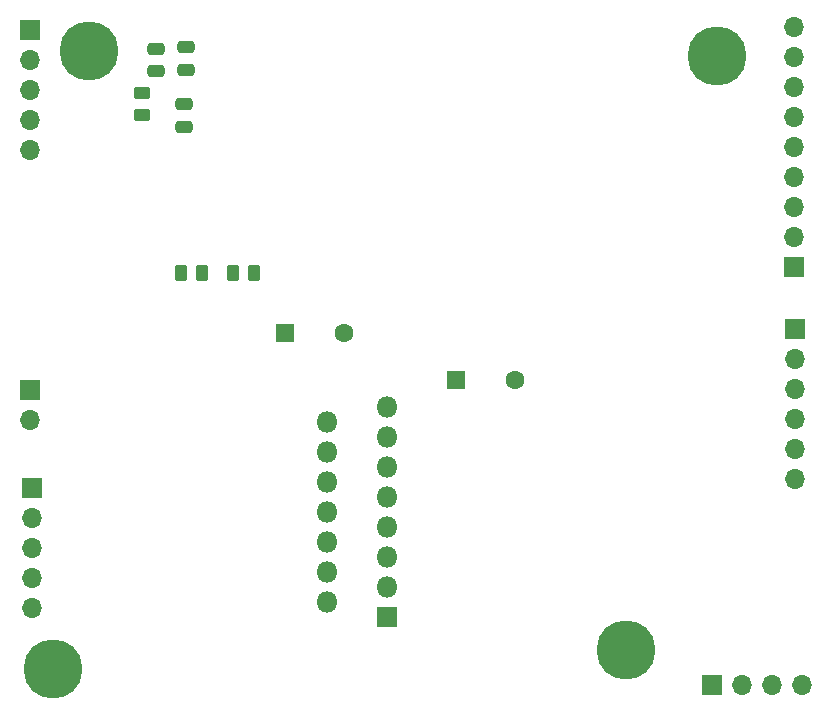
<source format=gbr>
%TF.GenerationSoftware,KiCad,Pcbnew,(6.0.2)*%
%TF.CreationDate,2022-03-09T23:50:45-05:00*%
%TF.ProjectId,car (1),63617220-2831-4292-9e6b-696361645f70,rev?*%
%TF.SameCoordinates,Original*%
%TF.FileFunction,Soldermask,Bot*%
%TF.FilePolarity,Negative*%
%FSLAX46Y46*%
G04 Gerber Fmt 4.6, Leading zero omitted, Abs format (unit mm)*
G04 Created by KiCad (PCBNEW (6.0.2)) date 2022-03-09 23:50:45*
%MOMM*%
%LPD*%
G01*
G04 APERTURE LIST*
G04 Aperture macros list*
%AMRoundRect*
0 Rectangle with rounded corners*
0 $1 Rounding radius*
0 $2 $3 $4 $5 $6 $7 $8 $9 X,Y pos of 4 corners*
0 Add a 4 corners polygon primitive as box body*
4,1,4,$2,$3,$4,$5,$6,$7,$8,$9,$2,$3,0*
0 Add four circle primitives for the rounded corners*
1,1,$1+$1,$2,$3*
1,1,$1+$1,$4,$5*
1,1,$1+$1,$6,$7*
1,1,$1+$1,$8,$9*
0 Add four rect primitives between the rounded corners*
20,1,$1+$1,$2,$3,$4,$5,0*
20,1,$1+$1,$4,$5,$6,$7,0*
20,1,$1+$1,$6,$7,$8,$9,0*
20,1,$1+$1,$8,$9,$2,$3,0*%
G04 Aperture macros list end*
%ADD10R,1.700000X1.700000*%
%ADD11O,1.700000X1.700000*%
%ADD12R,1.600000X1.600000*%
%ADD13C,1.600000*%
%ADD14C,5.000000*%
%ADD15R,1.800000X1.800000*%
%ADD16O,1.800000X1.800000*%
%ADD17RoundRect,0.250000X0.262500X0.450000X-0.262500X0.450000X-0.262500X-0.450000X0.262500X-0.450000X0*%
%ADD18RoundRect,0.250000X0.475000X-0.250000X0.475000X0.250000X-0.475000X0.250000X-0.475000X-0.250000X0*%
%ADD19RoundRect,0.250000X0.450000X-0.262500X0.450000X0.262500X-0.450000X0.262500X-0.450000X-0.262500X0*%
G04 APERTURE END LIST*
D10*
%TO.C,J4*%
X120446800Y-78486000D03*
D11*
X120446800Y-81026000D03*
X120446800Y-83566000D03*
X120446800Y-86106000D03*
X120446800Y-88646000D03*
X120446800Y-91186000D03*
%TD*%
D12*
%TO.C,C7*%
X77266800Y-78790800D03*
D13*
X82266800Y-78790800D03*
%TD*%
D10*
%TO.C,J1*%
X120345200Y-73202800D03*
D11*
X120345200Y-70662800D03*
X120345200Y-68122800D03*
X120345200Y-65582800D03*
X120345200Y-63042800D03*
X120345200Y-60502800D03*
X120345200Y-57962800D03*
X120345200Y-55422800D03*
X120345200Y-52882800D03*
%TD*%
D10*
%TO.C,J2*%
X113446400Y-108610400D03*
D11*
X115986400Y-108610400D03*
X118526400Y-108610400D03*
X121066400Y-108610400D03*
%TD*%
D14*
%TO.C,H3*%
X113842800Y-55372000D03*
%TD*%
%TO.C,H4*%
X57658000Y-107289600D03*
%TD*%
D10*
%TO.C,J3*%
X55727600Y-83667600D03*
D11*
X55727600Y-86207600D03*
%TD*%
D14*
%TO.C,H1*%
X60706000Y-54914800D03*
%TD*%
D15*
%TO.C,U1*%
X85919800Y-102824200D03*
D16*
X80839800Y-101554200D03*
X85919800Y-100284200D03*
X80839800Y-99014200D03*
X85919800Y-97744200D03*
X80839800Y-96474200D03*
X85919800Y-95204200D03*
X80839800Y-93934200D03*
X85919800Y-92664200D03*
X80839800Y-91394200D03*
X85919800Y-90124200D03*
X80839800Y-88854200D03*
X85919800Y-87584200D03*
X80839800Y-86314200D03*
X85919800Y-85044200D03*
%TD*%
D12*
%TO.C,C3*%
X91780549Y-82804000D03*
D13*
X96780549Y-82804000D03*
%TD*%
D10*
%TO.C,J6*%
X55880000Y-91948000D03*
D11*
X55880000Y-94488000D03*
X55880000Y-97028000D03*
X55880000Y-99568000D03*
X55880000Y-102108000D03*
%TD*%
D10*
%TO.C,J5*%
X55676800Y-53187600D03*
D11*
X55676800Y-55727600D03*
X55676800Y-58267600D03*
X55676800Y-60807600D03*
X55676800Y-63347600D03*
%TD*%
D14*
%TO.C,H2*%
X106121200Y-105613200D03*
%TD*%
D17*
%TO.C,R11*%
X74674100Y-73761600D03*
X72849100Y-73761600D03*
%TD*%
D18*
%TO.C,C2*%
X68935600Y-56525200D03*
X68935600Y-54625200D03*
%TD*%
D19*
%TO.C,R9*%
X65176400Y-60346600D03*
X65176400Y-58521600D03*
%TD*%
D18*
%TO.C,C1*%
X66395600Y-56626800D03*
X66395600Y-54726800D03*
%TD*%
%TO.C,C6*%
X68732400Y-61351200D03*
X68732400Y-59451200D03*
%TD*%
D17*
%TO.C,R12*%
X70264100Y-73761600D03*
X68439100Y-73761600D03*
%TD*%
M02*

</source>
